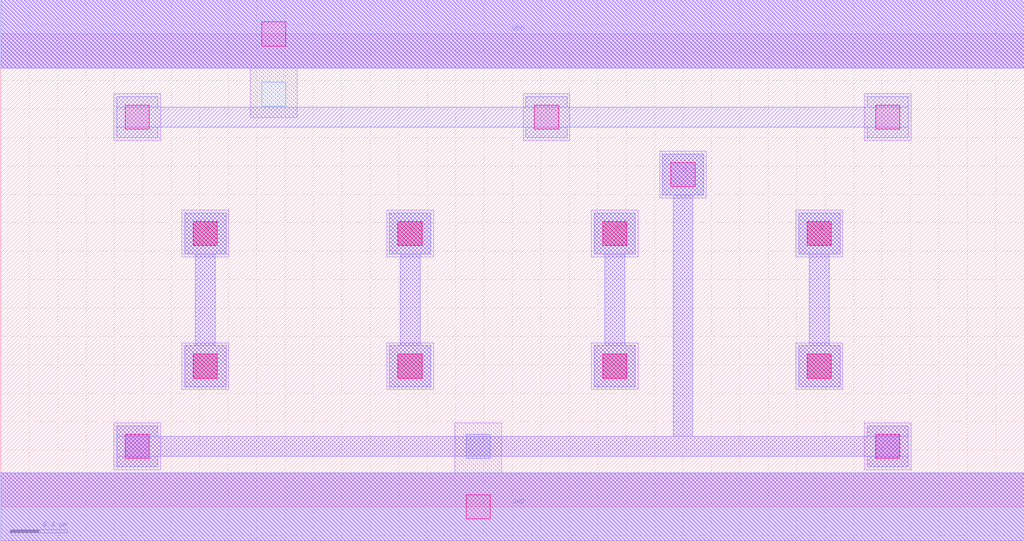
<source format=lef>
MACRO AOI22X1
 CLASS CORE ;
 FOREIGN AOI22X1 0 0 ;
 SIZE 7.2 BY 3.33 ;
 ORIGIN 0 0 ;
 SYMMETRY X Y R90 ;
 SITE unit ;
  PIN VDD
   DIRECTION INOUT ;
   USE POWER ;
   SHAPE ABUTMENT ;
    PORT
     CLASS CORE ;
       LAYER li1 ;
        RECT 0.00000000 3.09000000 7.20000000 3.57000000 ;
       LAYER met1 ;
        RECT 0.00000000 3.09000000 7.20000000 3.57000000 ;
    END
  END VDD

  PIN GND
   DIRECTION INOUT ;
   USE POWER ;
   SHAPE ABUTMENT ;
    PORT
     CLASS CORE ;
       LAYER li1 ;
        RECT 0.00000000 -0.24000000 7.20000000 0.24000000 ;
       LAYER met1 ;
        RECT 0.00000000 -0.24000000 7.20000000 0.24000000 ;
    END
  END GND

  PIN Y
   DIRECTION INOUT ;
   USE SIGNAL ;
   SHAPE ABUTMENT ;
    PORT
     CLASS CORE ;
       LAYER met1 ;
        RECT 0.81500000 0.28000000 1.10500000 0.35500000 ;
        RECT 6.09500000 0.28000000 6.38500000 0.35500000 ;
        RECT 0.81500000 0.35500000 6.38500000 0.49500000 ;
        RECT 0.81500000 0.49500000 1.10500000 0.57000000 ;
        RECT 6.09500000 0.49500000 6.38500000 0.57000000 ;
        RECT 4.73000000 0.49500000 4.87000000 2.19500000 ;
        RECT 4.65500000 2.19500000 4.94500000 2.48500000 ;
    END
  END Y

  PIN C
   DIRECTION INOUT ;
   USE SIGNAL ;
   SHAPE ABUTMENT ;
    PORT
     CLASS CORE ;
       LAYER met1 ;
        RECT 4.17500000 0.84500000 4.46500000 1.13500000 ;
        RECT 4.25000000 1.13500000 4.39000000 1.78000000 ;
        RECT 4.17500000 1.78000000 4.46500000 2.07000000 ;
    END
  END C

  PIN D
   DIRECTION INOUT ;
   USE SIGNAL ;
   SHAPE ABUTMENT ;
    PORT
     CLASS CORE ;
       LAYER met1 ;
        RECT 5.61500000 0.84500000 5.90500000 1.13500000 ;
        RECT 5.69000000 1.13500000 5.83000000 1.78000000 ;
        RECT 5.61500000 1.78000000 5.90500000 2.07000000 ;
    END
  END D

  PIN B
   DIRECTION INOUT ;
   USE SIGNAL ;
   SHAPE ABUTMENT ;
    PORT
     CLASS CORE ;
       LAYER met1 ;
        RECT 1.29500000 0.84500000 1.58500000 1.13500000 ;
        RECT 1.37000000 1.13500000 1.51000000 1.78000000 ;
        RECT 1.29500000 1.78000000 1.58500000 2.07000000 ;
    END
  END B

  PIN A
   DIRECTION INOUT ;
   USE SIGNAL ;
   SHAPE ABUTMENT ;
    PORT
     CLASS CORE ;
       LAYER met1 ;
        RECT 2.73500000 0.84500000 3.02500000 1.13500000 ;
        RECT 2.81000000 1.13500000 2.95000000 1.78000000 ;
        RECT 2.73500000 1.78000000 3.02500000 2.07000000 ;
    END
  END A

 OBS
    LAYER polycont ;
     RECT 1.35500000 0.90500000 1.52500000 1.07500000 ;
     RECT 2.79500000 0.90500000 2.96500000 1.07500000 ;
     RECT 4.23500000 0.90500000 4.40500000 1.07500000 ;
     RECT 5.67500000 0.90500000 5.84500000 1.07500000 ;
     RECT 1.35500000 1.84000000 1.52500000 2.01000000 ;
     RECT 2.79500000 1.84000000 2.96500000 2.01000000 ;
     RECT 4.23500000 1.84000000 4.40500000 2.01000000 ;
     RECT 5.67500000 1.84000000 5.84500000 2.01000000 ;

    LAYER pdiffc ;
     RECT 4.71500000 2.25500000 4.88500000 2.42500000 ;
     RECT 0.87500000 2.66000000 1.04500000 2.83000000 ;
     RECT 3.75500000 2.66000000 3.92500000 2.83000000 ;
     RECT 6.15500000 2.66000000 6.32500000 2.83000000 ;
     RECT 1.83500000 2.82000000 2.00500000 2.99000000 ;

    LAYER ndiffc ;
     RECT 0.87500000 0.34000000 1.04500000 0.51000000 ;
     RECT 3.27500000 0.34000000 3.44500000 0.51000000 ;
     RECT 6.15500000 0.34000000 6.32500000 0.51000000 ;

    LAYER li1 ;
     RECT 0.79500000 0.26000000 1.12500000 0.59000000 ;
     RECT 0.00000000 -0.24000000 7.20000000 0.24000000 ;
     RECT 3.19500000 0.24000000 3.52500000 0.59000000 ;
     RECT 6.07500000 0.26000000 6.40500000 0.59000000 ;
     RECT 1.27500000 0.82500000 1.60500000 1.15500000 ;
     RECT 2.71500000 0.82500000 3.04500000 1.15500000 ;
     RECT 4.15500000 0.82500000 4.48500000 1.15500000 ;
     RECT 5.59500000 0.82500000 5.92500000 1.15500000 ;
     RECT 1.27500000 1.76000000 1.60500000 2.09000000 ;
     RECT 2.71500000 1.76000000 3.04500000 2.09000000 ;
     RECT 4.15500000 1.76000000 4.48500000 2.09000000 ;
     RECT 5.59500000 1.76000000 5.92500000 2.09000000 ;
     RECT 4.63500000 2.17500000 4.96500000 2.50500000 ;
     RECT 0.79500000 2.58000000 1.12500000 2.91000000 ;
     RECT 3.67500000 2.58000000 4.00500000 2.91000000 ;
     RECT 6.07500000 2.58000000 6.40500000 2.91000000 ;
     RECT 1.75500000 2.74000000 2.08500000 3.09000000 ;
     RECT 0.00000000 3.09000000 7.20000000 3.57000000 ;

    LAYER viali ;
     RECT 3.27500000 -0.08500000 3.44500000 0.08500000 ;
     RECT 0.87500000 0.34000000 1.04500000 0.51000000 ;
     RECT 6.15500000 0.34000000 6.32500000 0.51000000 ;
     RECT 1.35500000 0.90500000 1.52500000 1.07500000 ;
     RECT 2.79500000 0.90500000 2.96500000 1.07500000 ;
     RECT 4.23500000 0.90500000 4.40500000 1.07500000 ;
     RECT 5.67500000 0.90500000 5.84500000 1.07500000 ;
     RECT 1.35500000 1.84000000 1.52500000 2.01000000 ;
     RECT 2.79500000 1.84000000 2.96500000 2.01000000 ;
     RECT 4.23500000 1.84000000 4.40500000 2.01000000 ;
     RECT 5.67500000 1.84000000 5.84500000 2.01000000 ;
     RECT 4.71500000 2.25500000 4.88500000 2.42500000 ;
     RECT 0.87500000 2.66000000 1.04500000 2.83000000 ;
     RECT 3.75500000 2.66000000 3.92500000 2.83000000 ;
     RECT 6.15500000 2.66000000 6.32500000 2.83000000 ;
     RECT 1.83500000 3.24500000 2.00500000 3.41500000 ;

    LAYER met1 ;
     RECT 0.00000000 -0.24000000 7.20000000 0.24000000 ;
     RECT 1.29500000 0.84500000 1.58500000 1.13500000 ;
     RECT 1.37000000 1.13500000 1.51000000 1.78000000 ;
     RECT 1.29500000 1.78000000 1.58500000 2.07000000 ;
     RECT 2.73500000 0.84500000 3.02500000 1.13500000 ;
     RECT 2.81000000 1.13500000 2.95000000 1.78000000 ;
     RECT 2.73500000 1.78000000 3.02500000 2.07000000 ;
     RECT 4.17500000 0.84500000 4.46500000 1.13500000 ;
     RECT 4.25000000 1.13500000 4.39000000 1.78000000 ;
     RECT 4.17500000 1.78000000 4.46500000 2.07000000 ;
     RECT 5.61500000 0.84500000 5.90500000 1.13500000 ;
     RECT 5.69000000 1.13500000 5.83000000 1.78000000 ;
     RECT 5.61500000 1.78000000 5.90500000 2.07000000 ;
     RECT 0.81500000 0.28000000 1.10500000 0.35500000 ;
     RECT 6.09500000 0.28000000 6.38500000 0.35500000 ;
     RECT 0.81500000 0.35500000 6.38500000 0.49500000 ;
     RECT 0.81500000 0.49500000 1.10500000 0.57000000 ;
     RECT 6.09500000 0.49500000 6.38500000 0.57000000 ;
     RECT 4.73000000 0.49500000 4.87000000 2.19500000 ;
     RECT 4.65500000 2.19500000 4.94500000 2.48500000 ;
     RECT 0.81500000 2.60000000 1.10500000 2.67500000 ;
     RECT 3.69500000 2.60000000 3.98500000 2.67500000 ;
     RECT 6.09500000 2.60000000 6.38500000 2.67500000 ;
     RECT 0.81500000 2.67500000 6.38500000 2.81500000 ;
     RECT 0.81500000 2.81500000 1.10500000 2.89000000 ;
     RECT 3.69500000 2.81500000 3.98500000 2.89000000 ;
     RECT 6.09500000 2.81500000 6.38500000 2.89000000 ;
     RECT 0.00000000 3.09000000 7.20000000 3.57000000 ;

 END
END AOI22X1

</source>
